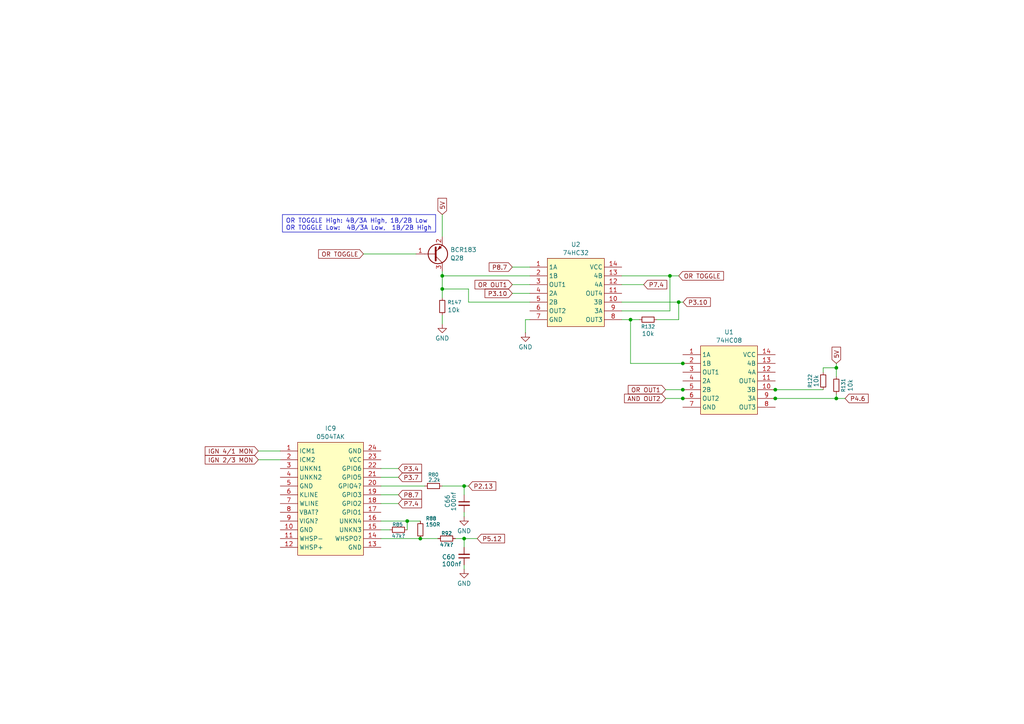
<source format=kicad_sch>
(kicad_sch
	(version 20250114)
	(generator "eeschema")
	(generator_version "9.0")
	(uuid "226bd083-693f-4a91-abe7-0e23ccdac764")
	(paper "A4")
	(lib_symbols
		(symbol "Device:C_Small"
			(pin_numbers
				(hide yes)
			)
			(pin_names
				(offset 0.254)
				(hide yes)
			)
			(exclude_from_sim no)
			(in_bom yes)
			(on_board yes)
			(property "Reference" "C"
				(at 0.254 1.778 0)
				(effects
					(font
						(size 1.27 1.27)
					)
					(justify left)
				)
			)
			(property "Value" "C_Small"
				(at 0.254 -2.032 0)
				(effects
					(font
						(size 1.27 1.27)
					)
					(justify left)
				)
			)
			(property "Footprint" ""
				(at 0 0 0)
				(effects
					(font
						(size 1.27 1.27)
					)
					(hide yes)
				)
			)
			(property "Datasheet" "~"
				(at 0 0 0)
				(effects
					(font
						(size 1.27 1.27)
					)
					(hide yes)
				)
			)
			(property "Description" "Unpolarized capacitor, small symbol"
				(at 0 0 0)
				(effects
					(font
						(size 1.27 1.27)
					)
					(hide yes)
				)
			)
			(property "ki_keywords" "capacitor cap"
				(at 0 0 0)
				(effects
					(font
						(size 1.27 1.27)
					)
					(hide yes)
				)
			)
			(property "ki_fp_filters" "C_*"
				(at 0 0 0)
				(effects
					(font
						(size 1.27 1.27)
					)
					(hide yes)
				)
			)
			(symbol "C_Small_0_1"
				(polyline
					(pts
						(xy -1.524 0.508) (xy 1.524 0.508)
					)
					(stroke
						(width 0.3048)
						(type default)
					)
					(fill
						(type none)
					)
				)
				(polyline
					(pts
						(xy -1.524 -0.508) (xy 1.524 -0.508)
					)
					(stroke
						(width 0.3302)
						(type default)
					)
					(fill
						(type none)
					)
				)
			)
			(symbol "C_Small_1_1"
				(pin passive line
					(at 0 2.54 270)
					(length 2.032)
					(name "~"
						(effects
							(font
								(size 1.27 1.27)
							)
						)
					)
					(number "1"
						(effects
							(font
								(size 1.27 1.27)
							)
						)
					)
				)
				(pin passive line
					(at 0 -2.54 90)
					(length 2.032)
					(name "~"
						(effects
							(font
								(size 1.27 1.27)
							)
						)
					)
					(number "2"
						(effects
							(font
								(size 1.27 1.27)
							)
						)
					)
				)
			)
			(embedded_fonts no)
		)
		(symbol "Device:R_Small"
			(pin_numbers
				(hide yes)
			)
			(pin_names
				(offset 0.254)
				(hide yes)
			)
			(exclude_from_sim no)
			(in_bom yes)
			(on_board yes)
			(property "Reference" "R"
				(at 0 0 90)
				(effects
					(font
						(size 1.016 1.016)
					)
				)
			)
			(property "Value" "R_Small"
				(at 1.778 0 90)
				(effects
					(font
						(size 1.27 1.27)
					)
				)
			)
			(property "Footprint" ""
				(at 0 0 0)
				(effects
					(font
						(size 1.27 1.27)
					)
					(hide yes)
				)
			)
			(property "Datasheet" "~"
				(at 0 0 0)
				(effects
					(font
						(size 1.27 1.27)
					)
					(hide yes)
				)
			)
			(property "Description" "Resistor, small symbol"
				(at 0 0 0)
				(effects
					(font
						(size 1.27 1.27)
					)
					(hide yes)
				)
			)
			(property "ki_keywords" "R resistor"
				(at 0 0 0)
				(effects
					(font
						(size 1.27 1.27)
					)
					(hide yes)
				)
			)
			(property "ki_fp_filters" "R_*"
				(at 0 0 0)
				(effects
					(font
						(size 1.27 1.27)
					)
					(hide yes)
				)
			)
			(symbol "R_Small_0_1"
				(rectangle
					(start -0.762 1.778)
					(end 0.762 -1.778)
					(stroke
						(width 0.2032)
						(type default)
					)
					(fill
						(type none)
					)
				)
			)
			(symbol "R_Small_1_1"
				(pin passive line
					(at 0 2.54 270)
					(length 0.762)
					(name "~"
						(effects
							(font
								(size 1.27 1.27)
							)
						)
					)
					(number "1"
						(effects
							(font
								(size 1.27 1.27)
							)
						)
					)
				)
				(pin passive line
					(at 0 -2.54 90)
					(length 0.762)
					(name "~"
						(effects
							(font
								(size 1.27 1.27)
							)
						)
					)
					(number "2"
						(effects
							(font
								(size 1.27 1.27)
							)
						)
					)
				)
			)
			(embedded_fonts no)
		)
		(symbol "SIMK43:0504TAK"
			(exclude_from_sim no)
			(in_bom yes)
			(on_board yes)
			(property "Reference" "IC"
				(at -0.254 17.78 0)
				(effects
					(font
						(size 1.27 1.27)
					)
				)
			)
			(property "Value" ""
				(at 0 0 0)
				(effects
					(font
						(size 1.27 1.27)
					)
				)
			)
			(property "Footprint" ""
				(at 0 0 0)
				(effects
					(font
						(size 1.27 1.27)
					)
					(hide yes)
				)
			)
			(property "Datasheet" ""
				(at 0 0 0)
				(effects
					(font
						(size 1.27 1.27)
					)
					(hide yes)
				)
			)
			(property "Description" ""
				(at 0 0 0)
				(effects
					(font
						(size 1.27 1.27)
					)
					(hide yes)
				)
			)
			(symbol "0504TAK_1_1"
				(rectangle
					(start -8.89 16.51)
					(end 10.16 -16.256)
					(stroke
						(width 0)
						(type solid)
					)
					(fill
						(type color)
						(color 255 255 194 1)
					)
				)
				(pin bidirectional line
					(at -13.97 13.97 0)
					(length 5)
					(name "ICM1"
						(effects
							(font
								(size 1.27 1.27)
							)
						)
					)
					(number "1"
						(effects
							(font
								(size 1.27 1.27)
							)
						)
					)
				)
				(pin bidirectional line
					(at -13.97 11.43 0)
					(length 5)
					(name "ICM2"
						(effects
							(font
								(size 1.27 1.27)
							)
						)
					)
					(number "2"
						(effects
							(font
								(size 1.27 1.27)
							)
						)
					)
				)
				(pin bidirectional line
					(at -13.97 8.89 0)
					(length 5)
					(name "UNKN1"
						(effects
							(font
								(size 1.27 1.27)
							)
						)
					)
					(number "3"
						(effects
							(font
								(size 1.27 1.27)
							)
						)
					)
				)
				(pin bidirectional line
					(at -13.97 6.35 0)
					(length 5)
					(name "UNKN2"
						(effects
							(font
								(size 1.27 1.27)
							)
						)
					)
					(number "4"
						(effects
							(font
								(size 1.27 1.27)
							)
						)
					)
				)
				(pin bidirectional line
					(at -13.97 3.81 0)
					(length 5)
					(name "GND"
						(effects
							(font
								(size 1.27 1.27)
							)
						)
					)
					(number "5"
						(effects
							(font
								(size 1.27 1.27)
							)
						)
					)
				)
				(pin bidirectional line
					(at -13.97 1.27 0)
					(length 5)
					(name "KLINE"
						(effects
							(font
								(size 1.27 1.27)
							)
						)
					)
					(number "6"
						(effects
							(font
								(size 1.27 1.27)
							)
						)
					)
				)
				(pin bidirectional line
					(at -13.97 -1.27 0)
					(length 5)
					(name "WLINE"
						(effects
							(font
								(size 1.27 1.27)
							)
						)
					)
					(number "7"
						(effects
							(font
								(size 1.27 1.27)
							)
						)
					)
				)
				(pin bidirectional line
					(at -13.97 -3.81 0)
					(length 5)
					(name "VBAT?"
						(effects
							(font
								(size 1.27 1.27)
							)
						)
					)
					(number "8"
						(effects
							(font
								(size 1.27 1.27)
							)
						)
					)
				)
				(pin bidirectional line
					(at -13.97 -6.35 0)
					(length 5)
					(name "VIGN?"
						(effects
							(font
								(size 1.27 1.27)
							)
						)
					)
					(number "9"
						(effects
							(font
								(size 1.27 1.27)
							)
						)
					)
				)
				(pin bidirectional line
					(at -13.97 -8.89 0)
					(length 5)
					(name "GND"
						(effects
							(font
								(size 1.27 1.27)
							)
						)
					)
					(number "10"
						(effects
							(font
								(size 1.27 1.27)
							)
						)
					)
				)
				(pin bidirectional line
					(at -13.97 -11.43 0)
					(length 5)
					(name "WHSP-"
						(effects
							(font
								(size 1.27 1.27)
							)
						)
					)
					(number "11"
						(effects
							(font
								(size 1.27 1.27)
							)
						)
					)
				)
				(pin bidirectional line
					(at -13.97 -13.97 0)
					(length 5)
					(name "WHSP+"
						(effects
							(font
								(size 1.27 1.27)
							)
						)
					)
					(number "12"
						(effects
							(font
								(size 1.27 1.27)
							)
						)
					)
				)
				(pin bidirectional line
					(at 15.24 13.97 180)
					(length 5)
					(name "GND"
						(effects
							(font
								(size 1.27 1.27)
							)
						)
					)
					(number "24"
						(effects
							(font
								(size 1.27 1.27)
							)
						)
					)
				)
				(pin bidirectional line
					(at 15.24 11.43 180)
					(length 5)
					(name "VCC"
						(effects
							(font
								(size 1.27 1.27)
							)
						)
					)
					(number "23"
						(effects
							(font
								(size 1.27 1.27)
							)
						)
					)
				)
				(pin bidirectional line
					(at 15.24 8.89 180)
					(length 5)
					(name "GPIO6"
						(effects
							(font
								(size 1.27 1.27)
							)
						)
					)
					(number "22"
						(effects
							(font
								(size 1.27 1.27)
							)
						)
					)
				)
				(pin bidirectional line
					(at 15.24 6.35 180)
					(length 5)
					(name "GPIO5"
						(effects
							(font
								(size 1.27 1.27)
							)
						)
					)
					(number "21"
						(effects
							(font
								(size 1.27 1.27)
							)
						)
					)
				)
				(pin bidirectional line
					(at 15.24 3.81 180)
					(length 5)
					(name "GPIO4?"
						(effects
							(font
								(size 1.27 1.27)
							)
						)
					)
					(number "20"
						(effects
							(font
								(size 1.27 1.27)
							)
						)
					)
				)
				(pin bidirectional line
					(at 15.24 1.27 180)
					(length 5)
					(name "GPIO3"
						(effects
							(font
								(size 1.27 1.27)
							)
						)
					)
					(number "19"
						(effects
							(font
								(size 1.27 1.27)
							)
						)
					)
				)
				(pin bidirectional line
					(at 15.24 -1.27 180)
					(length 5)
					(name "GPIO2"
						(effects
							(font
								(size 1.27 1.27)
							)
						)
					)
					(number "18"
						(effects
							(font
								(size 1.27 1.27)
							)
						)
					)
				)
				(pin bidirectional line
					(at 15.24 -3.81 180)
					(length 5)
					(name "GPIO1"
						(effects
							(font
								(size 1.27 1.27)
							)
						)
					)
					(number "17"
						(effects
							(font
								(size 1.27 1.27)
							)
						)
					)
				)
				(pin bidirectional line
					(at 15.24 -6.35 180)
					(length 5)
					(name "UNKN4"
						(effects
							(font
								(size 1.27 1.27)
							)
						)
					)
					(number "16"
						(effects
							(font
								(size 1.27 1.27)
							)
						)
					)
				)
				(pin bidirectional line
					(at 15.24 -8.89 180)
					(length 5)
					(name "UNKN3"
						(effects
							(font
								(size 1.27 1.27)
							)
						)
					)
					(number "15"
						(effects
							(font
								(size 1.27 1.27)
							)
						)
					)
				)
				(pin bidirectional line
					(at 15.24 -11.43 180)
					(length 5)
					(name "WHSPO?"
						(effects
							(font
								(size 1.27 1.27)
							)
						)
					)
					(number "14"
						(effects
							(font
								(size 1.27 1.27)
							)
						)
					)
				)
				(pin bidirectional line
					(at 15.24 -13.97 180)
					(length 5)
					(name "GND"
						(effects
							(font
								(size 1.27 1.27)
							)
						)
					)
					(number "13"
						(effects
							(font
								(size 1.27 1.27)
							)
						)
					)
				)
			)
			(embedded_fonts no)
		)
		(symbol "SIMK43:74HC08"
			(exclude_from_sim no)
			(in_bom yes)
			(on_board yes)
			(property "Reference" "U"
				(at 0 -4.572 0)
				(effects
					(font
						(size 1.27 1.27)
					)
				)
			)
			(property "Value" ""
				(at 0 0 0)
				(effects
					(font
						(size 1.27 1.27)
					)
				)
			)
			(property "Footprint" ""
				(at 0 0 0)
				(effects
					(font
						(size 1.27 1.27)
					)
					(hide yes)
				)
			)
			(property "Datasheet" ""
				(at 0 0 0)
				(effects
					(font
						(size 1.27 1.27)
					)
					(hide yes)
				)
			)
			(property "Description" ""
				(at 0 0 0)
				(effects
					(font
						(size 1.27 1.27)
					)
					(hide yes)
				)
			)
			(symbol "74HC08_1_1"
				(rectangle
					(start -8.89 13.97)
					(end 7.62 -5.842)
					(stroke
						(width 0)
						(type solid)
					)
					(fill
						(type color)
						(color 255 255 194 1)
					)
				)
				(pin bidirectional line
					(at -14.05 11.43 0)
					(length 5.08)
					(name "1A"
						(effects
							(font
								(size 1.27 1.27)
							)
						)
					)
					(number "1"
						(effects
							(font
								(size 1.27 1.27)
							)
						)
					)
				)
				(pin bidirectional line
					(at -14.05 8.89 0)
					(length 5.08)
					(name "1B"
						(effects
							(font
								(size 1.27 1.27)
							)
						)
					)
					(number "2"
						(effects
							(font
								(size 1.27 1.27)
							)
						)
					)
				)
				(pin bidirectional line
					(at -14.05 6.35 0)
					(length 5.08)
					(name "OUT1"
						(effects
							(font
								(size 1.27 1.27)
							)
						)
					)
					(number "3"
						(effects
							(font
								(size 1.27 1.27)
							)
						)
					)
				)
				(pin bidirectional line
					(at -14.05 3.81 0)
					(length 5.08)
					(name "2A"
						(effects
							(font
								(size 1.27 1.27)
							)
						)
					)
					(number "4"
						(effects
							(font
								(size 1.27 1.27)
							)
						)
					)
				)
				(pin bidirectional line
					(at -14.05 1.27 0)
					(length 5.08)
					(name "2B"
						(effects
							(font
								(size 1.27 1.27)
							)
						)
					)
					(number "5"
						(effects
							(font
								(size 1.27 1.27)
							)
						)
					)
				)
				(pin bidirectional line
					(at -14.05 -1.27 0)
					(length 5.08)
					(name "OUT2"
						(effects
							(font
								(size 1.27 1.27)
							)
						)
					)
					(number "6"
						(effects
							(font
								(size 1.27 1.27)
							)
						)
					)
				)
				(pin bidirectional line
					(at -14.05 -3.81 0)
					(length 5.08)
					(name "GND"
						(effects
							(font
								(size 1.27 1.27)
							)
						)
					)
					(number "7"
						(effects
							(font
								(size 1.27 1.27)
							)
						)
					)
				)
				(pin bidirectional line
					(at 12.78 11.43 180)
					(length 5.08)
					(name "VCC"
						(effects
							(font
								(size 1.27 1.27)
							)
						)
					)
					(number "14"
						(effects
							(font
								(size 1.27 1.27)
							)
						)
					)
				)
				(pin bidirectional line
					(at 12.78 8.89 180)
					(length 5.08)
					(name "4B"
						(effects
							(font
								(size 1.27 1.27)
							)
						)
					)
					(number "13"
						(effects
							(font
								(size 1.27 1.27)
							)
						)
					)
				)
				(pin bidirectional line
					(at 12.78 6.35 180)
					(length 5.08)
					(name "4A"
						(effects
							(font
								(size 1.27 1.27)
							)
						)
					)
					(number "12"
						(effects
							(font
								(size 1.27 1.27)
							)
						)
					)
				)
				(pin bidirectional line
					(at 12.78 3.81 180)
					(length 5.08)
					(name "OUT4"
						(effects
							(font
								(size 1.27 1.27)
							)
						)
					)
					(number "11"
						(effects
							(font
								(size 1.27 1.27)
							)
						)
					)
				)
				(pin bidirectional line
					(at 12.78 1.27 180)
					(length 5.08)
					(name "3B"
						(effects
							(font
								(size 1.27 1.27)
							)
						)
					)
					(number "10"
						(effects
							(font
								(size 1.27 1.27)
							)
						)
					)
				)
				(pin bidirectional line
					(at 12.78 -1.27 180)
					(length 5.08)
					(name "3A"
						(effects
							(font
								(size 1.27 1.27)
							)
						)
					)
					(number "9"
						(effects
							(font
								(size 1.27 1.27)
							)
						)
					)
				)
				(pin bidirectional line
					(at 12.78 -3.81 180)
					(length 5.08)
					(name "OUT3"
						(effects
							(font
								(size 1.27 1.27)
							)
						)
					)
					(number "8"
						(effects
							(font
								(size 1.27 1.27)
							)
						)
					)
				)
			)
			(embedded_fonts no)
		)
		(symbol "SIMK43:74HC32"
			(exclude_from_sim no)
			(in_bom yes)
			(on_board yes)
			(property "Reference" "U"
				(at 0 -4.572 0)
				(effects
					(font
						(size 1.27 1.27)
					)
				)
			)
			(property "Value" ""
				(at 0 0 0)
				(effects
					(font
						(size 1.27 1.27)
					)
				)
			)
			(property "Footprint" ""
				(at 0 0 0)
				(effects
					(font
						(size 1.27 1.27)
					)
					(hide yes)
				)
			)
			(property "Datasheet" ""
				(at 0 0 0)
				(effects
					(font
						(size 1.27 1.27)
					)
					(hide yes)
				)
			)
			(property "Description" ""
				(at 0 0 0)
				(effects
					(font
						(size 1.27 1.27)
					)
					(hide yes)
				)
			)
			(symbol "74HC32_1_1"
				(rectangle
					(start -8.89 13.97)
					(end 7.62 -5.842)
					(stroke
						(width 0)
						(type solid)
					)
					(fill
						(type color)
						(color 255 255 194 1)
					)
				)
				(pin bidirectional line
					(at -13.97 11.43 0)
					(length 5)
					(name "1A"
						(effects
							(font
								(size 1.27 1.27)
							)
						)
					)
					(number "1"
						(effects
							(font
								(size 1.27 1.27)
							)
						)
					)
				)
				(pin bidirectional line
					(at -13.97 8.89 0)
					(length 5)
					(name "1B"
						(effects
							(font
								(size 1.27 1.27)
							)
						)
					)
					(number "2"
						(effects
							(font
								(size 1.27 1.27)
							)
						)
					)
				)
				(pin bidirectional line
					(at -13.97 6.35 0)
					(length 5)
					(name "OUT1"
						(effects
							(font
								(size 1.27 1.27)
							)
						)
					)
					(number "3"
						(effects
							(font
								(size 1.27 1.27)
							)
						)
					)
				)
				(pin bidirectional line
					(at -13.97 3.81 0)
					(length 5)
					(name "2A"
						(effects
							(font
								(size 1.27 1.27)
							)
						)
					)
					(number "4"
						(effects
							(font
								(size 1.27 1.27)
							)
						)
					)
				)
				(pin bidirectional line
					(at -13.97 1.27 0)
					(length 5)
					(name "2B"
						(effects
							(font
								(size 1.27 1.27)
							)
						)
					)
					(number "5"
						(effects
							(font
								(size 1.27 1.27)
							)
						)
					)
				)
				(pin bidirectional line
					(at -13.97 -1.27 0)
					(length 5)
					(name "OUT2"
						(effects
							(font
								(size 1.27 1.27)
							)
						)
					)
					(number "6"
						(effects
							(font
								(size 1.27 1.27)
							)
						)
					)
				)
				(pin bidirectional line
					(at -13.97 -3.81 0)
					(length 5)
					(name "GND"
						(effects
							(font
								(size 1.27 1.27)
							)
						)
					)
					(number "7"
						(effects
							(font
								(size 1.27 1.27)
							)
						)
					)
				)
				(pin bidirectional line
					(at 12.7 11.43 180)
					(length 5)
					(name "VCC"
						(effects
							(font
								(size 1.27 1.27)
							)
						)
					)
					(number "14"
						(effects
							(font
								(size 1.27 1.27)
							)
						)
					)
				)
				(pin bidirectional line
					(at 12.7 8.89 180)
					(length 5)
					(name "4B"
						(effects
							(font
								(size 1.27 1.27)
							)
						)
					)
					(number "13"
						(effects
							(font
								(size 1.27 1.27)
							)
						)
					)
				)
				(pin bidirectional line
					(at 12.7 6.35 180)
					(length 5)
					(name "4A"
						(effects
							(font
								(size 1.27 1.27)
							)
						)
					)
					(number "12"
						(effects
							(font
								(size 1.27 1.27)
							)
						)
					)
				)
				(pin bidirectional line
					(at 12.7 3.81 180)
					(length 5)
					(name "OUT4"
						(effects
							(font
								(size 1.27 1.27)
							)
						)
					)
					(number "11"
						(effects
							(font
								(size 1.27 1.27)
							)
						)
					)
				)
				(pin bidirectional line
					(at 12.7 1.27 180)
					(length 5)
					(name "3B"
						(effects
							(font
								(size 1.27 1.27)
							)
						)
					)
					(number "10"
						(effects
							(font
								(size 1.27 1.27)
							)
						)
					)
				)
				(pin bidirectional line
					(at 12.7 -1.27 180)
					(length 5)
					(name "3A"
						(effects
							(font
								(size 1.27 1.27)
							)
						)
					)
					(number "9"
						(effects
							(font
								(size 1.27 1.27)
							)
						)
					)
				)
				(pin bidirectional line
					(at 12.7 -3.81 180)
					(length 5)
					(name "OUT3"
						(effects
							(font
								(size 1.27 1.27)
							)
						)
					)
					(number "8"
						(effects
							(font
								(size 1.27 1.27)
							)
						)
					)
				)
			)
			(embedded_fonts no)
		)
		(symbol "Transistor_BJT:BC807"
			(pin_names
				(offset 0)
				(hide yes)
			)
			(exclude_from_sim no)
			(in_bom yes)
			(on_board yes)
			(property "Reference" "Q"
				(at 5.08 1.905 0)
				(effects
					(font
						(size 1.27 1.27)
					)
					(justify left)
				)
			)
			(property "Value" "BC807"
				(at 5.08 0 0)
				(effects
					(font
						(size 1.27 1.27)
					)
					(justify left)
				)
			)
			(property "Footprint" "Package_TO_SOT_SMD:SOT-23"
				(at 5.08 -1.905 0)
				(effects
					(font
						(size 1.27 1.27)
						(italic yes)
					)
					(justify left)
					(hide yes)
				)
			)
			(property "Datasheet" "https://www.onsemi.com/pub/Collateral/BC808-D.pdf"
				(at 0 0 0)
				(effects
					(font
						(size 1.27 1.27)
					)
					(justify left)
					(hide yes)
				)
			)
			(property "Description" "0.8A Ic, 45V Vce, PNP Transistor, SOT-23"
				(at 0 0 0)
				(effects
					(font
						(size 1.27 1.27)
					)
					(hide yes)
				)
			)
			(property "ki_keywords" "PNP Transistor"
				(at 0 0 0)
				(effects
					(font
						(size 1.27 1.27)
					)
					(hide yes)
				)
			)
			(property "ki_fp_filters" "SOT?23*"
				(at 0 0 0)
				(effects
					(font
						(size 1.27 1.27)
					)
					(hide yes)
				)
			)
			(symbol "BC807_0_1"
				(polyline
					(pts
						(xy -2.54 0) (xy 0.635 0)
					)
					(stroke
						(width 0)
						(type default)
					)
					(fill
						(type none)
					)
				)
				(polyline
					(pts
						(xy 0.635 1.905) (xy 0.635 -1.905)
					)
					(stroke
						(width 0.508)
						(type default)
					)
					(fill
						(type none)
					)
				)
				(polyline
					(pts
						(xy 0.635 0.635) (xy 2.54 2.54)
					)
					(stroke
						(width 0)
						(type default)
					)
					(fill
						(type none)
					)
				)
				(polyline
					(pts
						(xy 0.635 -0.635) (xy 2.54 -2.54)
					)
					(stroke
						(width 0)
						(type default)
					)
					(fill
						(type none)
					)
				)
				(circle
					(center 1.27 0)
					(radius 2.8194)
					(stroke
						(width 0.254)
						(type default)
					)
					(fill
						(type none)
					)
				)
				(polyline
					(pts
						(xy 2.286 -1.778) (xy 1.778 -2.286) (xy 1.27 -1.27) (xy 2.286 -1.778)
					)
					(stroke
						(width 0)
						(type default)
					)
					(fill
						(type outline)
					)
				)
			)
			(symbol "BC807_1_1"
				(pin input line
					(at -5.08 0 0)
					(length 2.54)
					(name "B"
						(effects
							(font
								(size 1.27 1.27)
							)
						)
					)
					(number "1"
						(effects
							(font
								(size 1.27 1.27)
							)
						)
					)
				)
				(pin passive line
					(at 2.54 5.08 270)
					(length 2.54)
					(name "C"
						(effects
							(font
								(size 1.27 1.27)
							)
						)
					)
					(number "3"
						(effects
							(font
								(size 1.27 1.27)
							)
						)
					)
				)
				(pin passive line
					(at 2.54 -5.08 90)
					(length 2.54)
					(name "E"
						(effects
							(font
								(size 1.27 1.27)
							)
						)
					)
					(number "2"
						(effects
							(font
								(size 1.27 1.27)
							)
						)
					)
				)
			)
			(embedded_fonts no)
		)
		(symbol "power:GND"
			(power)
			(pin_numbers
				(hide yes)
			)
			(pin_names
				(offset 0)
				(hide yes)
			)
			(exclude_from_sim no)
			(in_bom yes)
			(on_board yes)
			(property "Reference" "#PWR"
				(at 0 -6.35 0)
				(effects
					(font
						(size 1.27 1.27)
					)
					(hide yes)
				)
			)
			(property "Value" "GND"
				(at 0 -3.81 0)
				(effects
					(font
						(size 1.27 1.27)
					)
				)
			)
			(property "Footprint" ""
				(at 0 0 0)
				(effects
					(font
						(size 1.27 1.27)
					)
					(hide yes)
				)
			)
			(property "Datasheet" ""
				(at 0 0 0)
				(effects
					(font
						(size 1.27 1.27)
					)
					(hide yes)
				)
			)
			(property "Description" "Power symbol creates a global label with name \"GND\" , ground"
				(at 0 0 0)
				(effects
					(font
						(size 1.27 1.27)
					)
					(hide yes)
				)
			)
			(property "ki_keywords" "global power"
				(at 0 0 0)
				(effects
					(font
						(size 1.27 1.27)
					)
					(hide yes)
				)
			)
			(symbol "GND_0_1"
				(polyline
					(pts
						(xy 0 0) (xy 0 -1.27) (xy 1.27 -1.27) (xy 0 -2.54) (xy -1.27 -1.27) (xy 0 -1.27)
					)
					(stroke
						(width 0)
						(type default)
					)
					(fill
						(type none)
					)
				)
			)
			(symbol "GND_1_1"
				(pin power_in line
					(at 0 0 270)
					(length 0)
					(name "~"
						(effects
							(font
								(size 1.27 1.27)
							)
						)
					)
					(number "1"
						(effects
							(font
								(size 1.27 1.27)
							)
						)
					)
				)
			)
			(embedded_fonts no)
		)
	)
	(text_box "OR TOGGLE High: 4B/3A High, 1B/2B Low\nOR TOGGLE Low:  4B/3A Low,  1B/2B High"
		(exclude_from_sim no)
		(at 81.915 62.23 0)
		(size 44.45 5.08)
		(margins 0.9525 0.9525 0.9525 0.9525)
		(stroke
			(width 0)
			(type solid)
		)
		(fill
			(type none)
		)
		(effects
			(font
				(size 1.27 1.27)
			)
			(justify left top)
		)
		(uuid "2bbe1e08-0e81-4307-988c-6c970b39e0ab")
	)
	(junction
		(at 121.92 156.21)
		(diameter 0)
		(color 0 0 0 0)
		(uuid "12891f19-2118-4570-ac65-cb8628f4e252")
	)
	(junction
		(at 198.04 113.03)
		(diameter 0)
		(color 0 0 0 0)
		(uuid "1b61042f-6270-4eb8-bedc-c698d0794255")
	)
	(junction
		(at 196.85 87.63)
		(diameter 0)
		(color 0 0 0 0)
		(uuid "1be6842f-c99e-4a0b-855c-71f74dd88b7d")
	)
	(junction
		(at 194.31 80.01)
		(diameter 0)
		(color 0 0 0 0)
		(uuid "23502ce7-c8fe-4961-9976-c6b72e738d5d")
	)
	(junction
		(at 198.04 105.41)
		(diameter 0)
		(color 0 0 0 0)
		(uuid "242ae49c-ccbe-4c71-a3e7-66bbb9d27bf0")
	)
	(junction
		(at 242.57 115.57)
		(diameter 0)
		(color 0 0 0 0)
		(uuid "26430577-bf4e-4fc2-8cd5-a44e675d0285")
	)
	(junction
		(at 224.87 115.57)
		(diameter 0)
		(color 0 0 0 0)
		(uuid "2bd71ac5-0572-4632-a189-94adb8d3e83d")
	)
	(junction
		(at 242.57 106.68)
		(diameter 0)
		(color 0 0 0 0)
		(uuid "3522b3cf-66d4-42f2-9cbf-22eb4527e4b4")
	)
	(junction
		(at 134.62 140.97)
		(diameter 0)
		(color 0 0 0 0)
		(uuid "428638b4-e07c-4826-96c5-6969d06c9d05")
	)
	(junction
		(at 198.04 115.57)
		(diameter 0)
		(color 0 0 0 0)
		(uuid "5caa1392-de9a-4b1c-a9d8-f74a469f780c")
	)
	(junction
		(at 224.87 113.03)
		(diameter 0)
		(color 0 0 0 0)
		(uuid "71af930d-ab21-4611-86cc-3a0687cf0c42")
	)
	(junction
		(at 128.27 83.82)
		(diameter 0)
		(color 0 0 0 0)
		(uuid "ce8a353d-2b98-4465-b8cf-fe51fa4b4d61")
	)
	(junction
		(at 118.11 151.13)
		(diameter 0)
		(color 0 0 0 0)
		(uuid "d1065b56-d53f-478e-9c4c-1512fc12de07")
	)
	(junction
		(at 134.62 156.21)
		(diameter 0)
		(color 0 0 0 0)
		(uuid "d59861a5-3252-4c59-acaa-3cd4138d74fa")
	)
	(junction
		(at 182.88 92.71)
		(diameter 0)
		(color 0 0 0 0)
		(uuid "d84abc94-adbe-4e79-83bc-a1ce8bb90f2d")
	)
	(junction
		(at 128.27 80.01)
		(diameter 0)
		(color 0 0 0 0)
		(uuid "dab95424-51c0-483b-9c03-c1eaa18b9f3d")
	)
	(wire
		(pts
			(xy 110.49 153.67) (xy 113.03 153.67)
		)
		(stroke
			(width 0)
			(type default)
		)
		(uuid "000630ca-c093-4f65-9f9d-4bebb6679a7b")
	)
	(wire
		(pts
			(xy 115.57 143.51) (xy 110.49 143.51)
		)
		(stroke
			(width 0)
			(type default)
		)
		(uuid "035000ff-1edc-4982-a532-c171f1f43d00")
	)
	(wire
		(pts
			(xy 128.27 83.82) (xy 128.27 86.36)
		)
		(stroke
			(width 0)
			(type default)
		)
		(uuid "098b900e-da63-487c-9a2d-bcfb4fca415f")
	)
	(wire
		(pts
			(xy 128.27 83.82) (xy 135.89 83.82)
		)
		(stroke
			(width 0)
			(type default)
		)
		(uuid "0ad67632-d3e5-417e-b3e2-bcae79ffb023")
	)
	(wire
		(pts
			(xy 110.49 156.21) (xy 121.92 156.21)
		)
		(stroke
			(width 0)
			(type default)
		)
		(uuid "0dadadd0-be96-4e39-ba95-3fc3acda01c4")
	)
	(wire
		(pts
			(xy 242.57 115.57) (xy 242.57 114.3)
		)
		(stroke
			(width 0)
			(type default)
		)
		(uuid "1000089b-11a0-428f-8e14-d27e23184599")
	)
	(wire
		(pts
			(xy 121.92 151.13) (xy 118.11 151.13)
		)
		(stroke
			(width 0)
			(type default)
		)
		(uuid "14638ddd-38c0-43dd-b602-c02f2f31124d")
	)
	(wire
		(pts
			(xy 128.27 91.44) (xy 128.27 93.98)
		)
		(stroke
			(width 0)
			(type default)
		)
		(uuid "19e1a9e2-6d77-4c6f-9408-010c663b1186")
	)
	(wire
		(pts
			(xy 134.62 156.21) (xy 138.43 156.21)
		)
		(stroke
			(width 0)
			(type default)
		)
		(uuid "1d46dcf4-fcb6-4d62-95c6-ad3a8d644212")
	)
	(wire
		(pts
			(xy 198.04 105.41) (xy 182.88 105.41)
		)
		(stroke
			(width 0)
			(type default)
		)
		(uuid "1de48d32-3d6e-415a-8ede-57871d43bae3")
	)
	(wire
		(pts
			(xy 128.27 80.01) (xy 128.27 83.82)
		)
		(stroke
			(width 0)
			(type default)
		)
		(uuid "2803400f-da05-4901-b422-ff50624a5cd6")
	)
	(wire
		(pts
			(xy 198.12 105.41) (xy 198.04 105.41)
		)
		(stroke
			(width 0)
			(type default)
		)
		(uuid "2b80df6c-ce78-4643-8a74-1d1973f8ffba")
	)
	(wire
		(pts
			(xy 196.85 87.63) (xy 198.12 87.63)
		)
		(stroke
			(width 0)
			(type default)
		)
		(uuid "2f82e878-a428-4aba-866c-2fe607575374")
	)
	(wire
		(pts
			(xy 180.34 82.55) (xy 186.69 82.55)
		)
		(stroke
			(width 0)
			(type default)
		)
		(uuid "360106ef-ce56-44f0-ba5a-05b469d10dd9")
	)
	(wire
		(pts
			(xy 128.27 80.01) (xy 153.67 80.01)
		)
		(stroke
			(width 0)
			(type default)
		)
		(uuid "3b28736f-de7c-47d6-8e42-0b6c5d20ef56")
	)
	(wire
		(pts
			(xy 224.79 115.57) (xy 224.87 115.57)
		)
		(stroke
			(width 0)
			(type default)
		)
		(uuid "3bb8ab75-56b0-4240-9ca8-29a1a888b81f")
	)
	(wire
		(pts
			(xy 193.04 113.03) (xy 198.04 113.03)
		)
		(stroke
			(width 0)
			(type default)
		)
		(uuid "42c1ca19-3579-454c-9e65-5ff429fc42a1")
	)
	(wire
		(pts
			(xy 242.57 105.41) (xy 242.57 106.68)
		)
		(stroke
			(width 0)
			(type default)
		)
		(uuid "489b8e23-1a53-4890-beeb-93dfd9a909ce")
	)
	(wire
		(pts
			(xy 110.49 138.43) (xy 115.57 138.43)
		)
		(stroke
			(width 0)
			(type default)
		)
		(uuid "4b604934-2a92-4694-8fba-8f059f4c0901")
	)
	(wire
		(pts
			(xy 180.34 87.63) (xy 196.85 87.63)
		)
		(stroke
			(width 0)
			(type default)
		)
		(uuid "51ed013f-21da-4d68-8649-d56c4fa2b549")
	)
	(wire
		(pts
			(xy 148.59 85.09) (xy 153.67 85.09)
		)
		(stroke
			(width 0)
			(type default)
		)
		(uuid "57e1a3d6-32f7-4148-900b-96cf91bb5912")
	)
	(wire
		(pts
			(xy 153.67 92.71) (xy 152.4 92.71)
		)
		(stroke
			(width 0)
			(type default)
		)
		(uuid "5bbf7ecd-1ba0-490b-af7b-23116ba0d0e3")
	)
	(wire
		(pts
			(xy 190.5 92.71) (xy 196.85 92.71)
		)
		(stroke
			(width 0)
			(type default)
		)
		(uuid "5cd6bcbd-84f2-4062-aa04-520c323cfa7b")
	)
	(wire
		(pts
			(xy 110.49 151.13) (xy 118.11 151.13)
		)
		(stroke
			(width 0)
			(type default)
		)
		(uuid "6d79ad66-b4ab-47dc-b5a0-4fb61ab4148e")
	)
	(wire
		(pts
			(xy 121.92 156.21) (xy 127 156.21)
		)
		(stroke
			(width 0)
			(type default)
		)
		(uuid "7198f78f-6ad1-4154-88b8-1069ed4766f7")
	)
	(wire
		(pts
			(xy 110.49 140.97) (xy 123.19 140.97)
		)
		(stroke
			(width 0)
			(type default)
		)
		(uuid "71e8244b-c1a0-4112-8ab5-8a2c7fb5b541")
	)
	(wire
		(pts
			(xy 238.76 106.68) (xy 238.76 107.95)
		)
		(stroke
			(width 0)
			(type default)
		)
		(uuid "752c13c0-0866-4944-bc3b-048d978356fb")
	)
	(wire
		(pts
			(xy 180.34 92.71) (xy 182.88 92.71)
		)
		(stroke
			(width 0)
			(type default)
		)
		(uuid "760d3019-f08e-45db-9380-6acffa1daf23")
	)
	(wire
		(pts
			(xy 224.87 113.03) (xy 238.76 113.03)
		)
		(stroke
			(width 0)
			(type default)
		)
		(uuid "76df94ca-9dfd-4a5a-ae33-eeefab1dfb82")
	)
	(wire
		(pts
			(xy 128.27 62.23) (xy 128.27 68.58)
		)
		(stroke
			(width 0)
			(type default)
		)
		(uuid "7fefd8e1-150a-4de0-bbe4-52468dcbebdd")
	)
	(wire
		(pts
			(xy 110.49 135.89) (xy 115.57 135.89)
		)
		(stroke
			(width 0)
			(type default)
		)
		(uuid "819570dd-1131-4d2f-9d9a-7ee0cd51bb3b")
	)
	(wire
		(pts
			(xy 128.27 78.74) (xy 128.27 80.01)
		)
		(stroke
			(width 0)
			(type default)
		)
		(uuid "861d0865-5d54-492e-a37d-51ff8ebf5223")
	)
	(wire
		(pts
			(xy 134.62 140.97) (xy 135.89 140.97)
		)
		(stroke
			(width 0)
			(type default)
		)
		(uuid "886075a0-c5c3-47f0-80f6-43722cf82420")
	)
	(wire
		(pts
			(xy 198.04 113.03) (xy 198.12 113.03)
		)
		(stroke
			(width 0)
			(type default)
		)
		(uuid "8b574e00-60b9-4d01-89bd-2b336b901ada")
	)
	(wire
		(pts
			(xy 134.62 148.59) (xy 134.62 149.86)
		)
		(stroke
			(width 0)
			(type default)
		)
		(uuid "8cac819c-ba6c-4b9d-86ae-33c250f02a46")
	)
	(wire
		(pts
			(xy 182.88 92.71) (xy 185.42 92.71)
		)
		(stroke
			(width 0)
			(type default)
		)
		(uuid "960b46f4-31e8-4591-a322-c0843406463a")
	)
	(wire
		(pts
			(xy 148.59 77.47) (xy 153.67 77.47)
		)
		(stroke
			(width 0)
			(type default)
		)
		(uuid "967cca2a-32f2-471c-84b5-03d1c0efe2dc")
	)
	(wire
		(pts
			(xy 74.93 133.35) (xy 81.28 133.35)
		)
		(stroke
			(width 0)
			(type default)
		)
		(uuid "9d5b6232-0c53-4716-b7f0-c4553a7706df")
	)
	(wire
		(pts
			(xy 152.4 92.71) (xy 152.4 96.52)
		)
		(stroke
			(width 0)
			(type default)
		)
		(uuid "9daa3015-0bbc-40dd-bb21-61e8f9462923")
	)
	(wire
		(pts
			(xy 132.08 156.21) (xy 134.62 156.21)
		)
		(stroke
			(width 0)
			(type default)
		)
		(uuid "a6652529-b0d5-4001-9648-ce984f8216cd")
	)
	(wire
		(pts
			(xy 182.88 92.71) (xy 182.88 105.41)
		)
		(stroke
			(width 0)
			(type default)
		)
		(uuid "a8363cfd-9943-46ca-8293-c01634bde1ae")
	)
	(wire
		(pts
			(xy 242.57 106.68) (xy 242.57 109.22)
		)
		(stroke
			(width 0)
			(type default)
		)
		(uuid "aa7701d8-dd3d-4759-a80d-022367cd08f6")
	)
	(wire
		(pts
			(xy 135.89 83.82) (xy 135.89 87.63)
		)
		(stroke
			(width 0)
			(type default)
		)
		(uuid "b0d12128-687f-4f32-b524-2ad362a826e7")
	)
	(wire
		(pts
			(xy 148.59 82.55) (xy 153.67 82.55)
		)
		(stroke
			(width 0)
			(type default)
		)
		(uuid "b1dae877-f91d-4a56-8319-aaed83e05507")
	)
	(wire
		(pts
			(xy 194.31 80.01) (xy 194.31 90.17)
		)
		(stroke
			(width 0)
			(type default)
		)
		(uuid "b71da96d-ca34-4fd7-ae1e-cfc688df0655")
	)
	(wire
		(pts
			(xy 110.49 146.05) (xy 115.57 146.05)
		)
		(stroke
			(width 0)
			(type default)
		)
		(uuid "bc48ed3c-105e-48b0-a7ee-d6edd5145d68")
	)
	(wire
		(pts
			(xy 134.62 163.83) (xy 134.62 165.1)
		)
		(stroke
			(width 0)
			(type default)
		)
		(uuid "bc697186-f3c1-4cda-92db-649435f8cae1")
	)
	(wire
		(pts
			(xy 135.89 87.63) (xy 153.67 87.63)
		)
		(stroke
			(width 0)
			(type default)
		)
		(uuid "c17fe7c1-b623-442c-8f2c-e4469d1d9490")
	)
	(wire
		(pts
			(xy 180.34 90.17) (xy 194.31 90.17)
		)
		(stroke
			(width 0)
			(type default)
		)
		(uuid "c85d9e0c-cd5d-4914-b326-c378bdec28e7")
	)
	(wire
		(pts
			(xy 134.62 156.21) (xy 134.62 158.75)
		)
		(stroke
			(width 0)
			(type default)
		)
		(uuid "ce8203d6-9b2a-44d0-9187-877829384462")
	)
	(wire
		(pts
			(xy 242.57 106.68) (xy 238.76 106.68)
		)
		(stroke
			(width 0)
			(type default)
		)
		(uuid "d4801095-68b1-4415-a580-1cdf5f9ba515")
	)
	(wire
		(pts
			(xy 105.41 73.66) (xy 120.65 73.66)
		)
		(stroke
			(width 0)
			(type default)
		)
		(uuid "d595b6eb-4e70-42a1-8a31-bed22f570643")
	)
	(wire
		(pts
			(xy 118.11 151.13) (xy 118.11 153.67)
		)
		(stroke
			(width 0)
			(type default)
		)
		(uuid "d86b39b9-9bf6-4526-b82e-fecf8c5e5fc0")
	)
	(wire
		(pts
			(xy 196.85 87.63) (xy 196.85 92.71)
		)
		(stroke
			(width 0)
			(type default)
		)
		(uuid "d8ca6d55-0174-41c7-8837-1428eb5d1d2b")
	)
	(wire
		(pts
			(xy 193.04 115.57) (xy 198.04 115.57)
		)
		(stroke
			(width 0)
			(type default)
		)
		(uuid "daa29635-1de3-4529-af89-38ef0173ae56")
	)
	(wire
		(pts
			(xy 134.62 140.97) (xy 134.62 143.51)
		)
		(stroke
			(width 0)
			(type default)
		)
		(uuid "dae4b55e-6888-4799-9640-cd7b9fb7650c")
	)
	(wire
		(pts
			(xy 242.57 115.57) (xy 245.11 115.57)
		)
		(stroke
			(width 0)
			(type default)
		)
		(uuid "ddcde649-9685-43a7-8e72-ef7b03881b8f")
	)
	(wire
		(pts
			(xy 224.87 115.57) (xy 242.57 115.57)
		)
		(stroke
			(width 0)
			(type default)
		)
		(uuid "e107c5d7-4eac-4c1c-9b67-8f54dc0d39d3")
	)
	(wire
		(pts
			(xy 198.04 115.57) (xy 198.12 115.57)
		)
		(stroke
			(width 0)
			(type default)
		)
		(uuid "e31c6efc-809f-4447-9d1f-27a407b75884")
	)
	(wire
		(pts
			(xy 128.27 140.97) (xy 134.62 140.97)
		)
		(stroke
			(width 0)
			(type default)
		)
		(uuid "eeaab3c1-81ca-49f0-89f6-da7dc0130a87")
	)
	(wire
		(pts
			(xy 194.31 80.01) (xy 196.85 80.01)
		)
		(stroke
			(width 0)
			(type default)
		)
		(uuid "ef9c4d8c-a0b7-48cf-8d6f-efd0cc49c880")
	)
	(wire
		(pts
			(xy 180.34 80.01) (xy 194.31 80.01)
		)
		(stroke
			(width 0)
			(type default)
		)
		(uuid "f4699955-34b7-48ee-875e-f05cde8dc4c3")
	)
	(wire
		(pts
			(xy 74.93 130.81) (xy 81.28 130.81)
		)
		(stroke
			(width 0)
			(type default)
		)
		(uuid "fa6b30dd-8d3a-48ac-a918-3d63cbbccd51")
	)
	(wire
		(pts
			(xy 224.79 113.03) (xy 224.87 113.03)
		)
		(stroke
			(width 0)
			(type default)
		)
		(uuid "fcee82b6-3602-45a3-96bd-735ad9d7e824")
	)
	(global_label "OR TOGGLE"
		(shape input)
		(at 196.85 80.01 0)
		(fields_autoplaced yes)
		(effects
			(font
				(size 1.27 1.27)
			)
			(justify left)
		)
		(uuid "054489a2-4a56-4aa6-91cb-3fcdbf9d193b")
		(property "Intersheetrefs" "${INTERSHEET_REFS}"
			(at 210.4185 80.01 0)
			(effects
				(font
					(size 1.27 1.27)
				)
				(justify left)
				(hide yes)
			)
		)
	)
	(global_label "P3.10"
		(shape input)
		(at 198.12 87.63 0)
		(fields_autoplaced yes)
		(effects
			(font
				(size 1.27 1.27)
			)
			(justify left)
		)
		(uuid "0cd5a368-5cae-45bd-9b0b-9bd1bc451315")
		(property "Intersheetrefs" "${INTERSHEET_REFS}"
			(at 206.6085 87.63 0)
			(effects
				(font
					(size 1.27 1.27)
				)
				(justify left)
				(hide yes)
			)
		)
	)
	(global_label "OR TOGGLE"
		(shape input)
		(at 105.41 73.66 180)
		(fields_autoplaced yes)
		(effects
			(font
				(size 1.27 1.27)
			)
			(justify right)
		)
		(uuid "0ecfe31b-5946-4eff-98bd-ea84c9648822")
		(property "Intersheetrefs" "${INTERSHEET_REFS}"
			(at 91.8415 73.66 0)
			(effects
				(font
					(size 1.27 1.27)
				)
				(justify right)
				(hide yes)
			)
		)
	)
	(global_label "OR OUT1"
		(shape input)
		(at 193.04 113.03 180)
		(fields_autoplaced yes)
		(effects
			(font
				(size 1.27 1.27)
			)
			(justify right)
		)
		(uuid "162ec348-a540-44bd-acfb-3b53b53b6c76")
		(property "Intersheetrefs" "${INTERSHEET_REFS}"
			(at 181.6486 113.03 0)
			(effects
				(font
					(size 1.27 1.27)
				)
				(justify right)
				(hide yes)
			)
		)
	)
	(global_label "P3.7"
		(shape input)
		(at 115.57 138.43 0)
		(fields_autoplaced yes)
		(effects
			(font
				(size 1.27 1.27)
			)
			(justify left)
		)
		(uuid "2debdd23-4fe6-4828-9c29-15215a8e54f7")
		(property "Intersheetrefs" "${INTERSHEET_REFS}"
			(at 131.6179 138.43 0)
			(effects
				(font
					(size 1.27 1.27)
				)
				(justify left)
				(hide yes)
			)
		)
	)
	(global_label "IGN 4{slash}1 MON"
		(shape input)
		(at 74.93 130.81 180)
		(fields_autoplaced yes)
		(effects
			(font
				(size 1.27 1.27)
			)
			(justify right)
		)
		(uuid "2ee36022-47ec-4e69-b9af-d8ccc2695ba5")
		(property "Intersheetrefs" "${INTERSHEET_REFS}"
			(at 58.9424 130.81 0)
			(effects
				(font
					(size 1.27 1.27)
				)
				(justify right)
				(hide yes)
			)
		)
	)
	(global_label "P5.12"
		(shape input)
		(at 138.43 156.21 0)
		(fields_autoplaced yes)
		(effects
			(font
				(size 1.27 1.27)
			)
			(justify left)
		)
		(uuid "2faf7ce8-eeeb-4e78-855e-2ff9c2662781")
		(property "Intersheetrefs" "${INTERSHEET_REFS}"
			(at 146.9185 156.21 0)
			(effects
				(font
					(size 1.27 1.27)
				)
				(justify left)
				(hide yes)
			)
		)
	)
	(global_label "P3.10"
		(shape input)
		(at 148.59 85.09 180)
		(fields_autoplaced yes)
		(effects
			(font
				(size 1.27 1.27)
			)
			(justify right)
		)
		(uuid "313008df-c5f5-4a85-81ad-f52dee91f6de")
		(property "Intersheetrefs" "${INTERSHEET_REFS}"
			(at 140.1015 85.09 0)
			(effects
				(font
					(size 1.27 1.27)
				)
				(justify right)
				(hide yes)
			)
		)
	)
	(global_label "OR OUT1"
		(shape input)
		(at 148.59 82.55 180)
		(fields_autoplaced yes)
		(effects
			(font
				(size 1.27 1.27)
			)
			(justify right)
		)
		(uuid "3bef9f4e-d846-4213-8c07-b6173522b6ed")
		(property "Intersheetrefs" "${INTERSHEET_REFS}"
			(at 137.1986 82.55 0)
			(effects
				(font
					(size 1.27 1.27)
				)
				(justify right)
				(hide yes)
			)
		)
	)
	(global_label "P3.4"
		(shape input)
		(at 115.57 135.89 0)
		(fields_autoplaced yes)
		(effects
			(font
				(size 1.27 1.27)
			)
			(justify left)
		)
		(uuid "3c01b312-5aba-4b25-ae79-2fe9acee1c79")
		(property "Intersheetrefs" "${INTERSHEET_REFS}"
			(at 122.849 135.89 0)
			(effects
				(font
					(size 1.27 1.27)
				)
				(justify left)
				(hide yes)
			)
		)
	)
	(global_label "P8.7"
		(shape input)
		(at 148.59 77.47 180)
		(fields_autoplaced yes)
		(effects
			(font
				(size 1.27 1.27)
			)
			(justify right)
		)
		(uuid "64d5478e-8c3f-44f8-83e4-c4e125e7d594")
		(property "Intersheetrefs" "${INTERSHEET_REFS}"
			(at 141.311 77.47 0)
			(effects
				(font
					(size 1.27 1.27)
				)
				(justify right)
				(hide yes)
			)
		)
	)
	(global_label "IGN 2/3 MON"
		(shape input)
		(at 74.93 133.35 180)
		(fields_autoplaced yes)
		(effects
			(font
				(size 1.27 1.27)
			)
			(justify right)
		)
		(uuid "9a629197-df59-4310-b6bb-e0c12408da78")
		(property "Intersheetrefs" "${INTERSHEET_REFS}"
			(at 58.9424 133.35 0)
			(effects
				(font
					(size 1.27 1.27)
				)
				(justify right)
				(hide yes)
			)
		)
	)
	(global_label "AND OUT2"
		(shape input)
		(at 193.04 115.57 180)
		(fields_autoplaced yes)
		(effects
			(font
				(size 1.27 1.27)
			)
			(justify right)
		)
		(uuid "a6d9c257-b5f9-4170-b507-024bab8d7857")
		(property "Intersheetrefs" "${INTERSHEET_REFS}"
			(at 180.56 115.57 0)
			(effects
				(font
					(size 1.27 1.27)
				)
				(justify right)
				(hide yes)
			)
		)
	)
	(global_label "5V"
		(shape input)
		(at 128.27 62.23 90)
		(fields_autoplaced yes)
		(effects
			(font
				(size 1.27 1.27)
			)
			(justify left)
		)
		(uuid "acaf94c9-dd45-45f5-a5dc-baa6e8129367")
		(property "Intersheetrefs" "${INTERSHEET_REFS}"
			(at 128.27 56.9467 90)
			(effects
				(font
					(size 1.27 1.27)
				)
				(justify left)
				(hide yes)
			)
		)
	)
	(global_label "P2.13"
		(shape input)
		(at 135.89 140.97 0)
		(fields_autoplaced yes)
		(effects
			(font
				(size 1.27 1.27)
			)
			(justify left)
		)
		(uuid "b7485eed-ce59-4ea8-a3de-1f5be30762db")
		(property "Intersheetrefs" "${INTERSHEET_REFS}"
			(at 144.3785 140.97 0)
			(effects
				(font
					(size 1.27 1.27)
				)
				(justify left)
				(hide yes)
			)
		)
	)
	(global_label "P8.7"
		(shape input)
		(at 115.57 143.51 0)
		(fields_autoplaced yes)
		(effects
			(font
				(size 1.27 1.27)
			)
			(justify left)
		)
		(uuid "b99b5690-7fc2-44b9-8157-576874a4e5a4")
		(property "Intersheetrefs" "${INTERSHEET_REFS}"
			(at 122.849 143.51 0)
			(effects
				(font
					(size 1.27 1.27)
				)
				(justify left)
				(hide yes)
			)
		)
	)
	(global_label "P7.4"
		(shape input)
		(at 186.69 82.55 0)
		(fields_autoplaced yes)
		(effects
			(font
				(size 1.27 1.27)
			)
			(justify left)
		)
		(uuid "c32c00d3-b8b9-40e0-97b8-a86b06273eea")
		(property "Intersheetrefs" "${INTERSHEET_REFS}"
			(at 193.969 82.55 0)
			(effects
				(font
					(size 1.27 1.27)
				)
				(justify left)
				(hide yes)
			)
		)
	)
	(global_label "5V"
		(shape input)
		(at 242.57 105.41 90)
		(fields_autoplaced yes)
		(effects
			(font
				(size 1.27 1.27)
			)
			(justify left)
		)
		(uuid "d2fae3d2-6ffd-486e-b73b-2a3d4d9e29e1")
		(property "Intersheetrefs" "${INTERSHEET_REFS}"
			(at 242.57 100.1267 90)
			(effects
				(font
					(size 1.27 1.27)
				)
				(justify left)
				(hide yes)
			)
		)
	)
	(global_label "P7.4"
		(shape input)
		(at 115.57 146.05 0)
		(fields_autoplaced yes)
		(effects
			(font
				(size 1.27 1.27)
			)
			(justify left)
		)
		(uuid "d4e4dd8c-d420-4661-b66f-c43864c25019")
		(property "Intersheetrefs" "${INTERSHEET_REFS}"
			(at 122.849 146.05 0)
			(effects
				(font
					(size 1.27 1.27)
				)
				(justify left)
				(hide yes)
			)
		)
	)
	(global_label "P4.6"
		(shape input)
		(at 245.11 115.57 0)
		(fields_autoplaced yes)
		(effects
			(font
				(size 1.27 1.27)
			)
			(justify left)
		)
		(uuid "f50c9fe2-1b37-4369-92c2-f73ddf1ff587")
		(property "Intersheetrefs" "${INTERSHEET_REFS}"
			(at 259.888 115.57 0)
			(effects
				(font
					(size 1.27 1.27)
				)
				(justify left)
				(hide yes)
			)
		)
	)
	(symbol
		(lib_id "Device:R_Small")
		(at 238.76 110.49 180)
		(unit 1)
		(exclude_from_sim no)
		(in_bom yes)
		(on_board yes)
		(dnp no)
		(uuid "070ef39e-4f23-4f35-b65e-707e6b61031d")
		(property "Reference" "R122"
			(at 234.95 110.49 90)
			(effects
				(font
					(size 1.016 1.016)
				)
			)
		)
		(property "Value" "10k"
			(at 236.728 110.49 90)
			(effects
				(font
					(size 1.27 1.27)
				)
			)
		)
		(property "Footprint" ""
			(at 238.76 110.49 0)
			(effects
				(font
					(size 1.27 1.27)
				)
				(hide yes)
			)
		)
		(property "Datasheet" "~"
			(at 238.76 110.49 0)
			(effects
				(font
					(size 1.27 1.27)
				)
				(hide yes)
			)
		)
		(property "Description" "Resistor, small symbol"
			(at 238.76 110.49 0)
			(effects
				(font
					(size 1.27 1.27)
				)
				(hide yes)
			)
		)
		(pin "2"
			(uuid "0ceede43-c787-411a-aad9-d20276634580")
		)
		(pin "1"
			(uuid "7b38ed94-dac6-4dc9-ad6e-7be0d3fbce34")
		)
		(instances
			(project "5wy19_converted"
				(path "/abd366a8-4ac6-4ee7-9079-ac453affd4f2/21a6ac61-dfba-469d-ae39-678661793657"
					(reference "R122")
					(unit 1)
				)
			)
		)
	)
	(symbol
		(lib_id "Device:C_Small")
		(at 134.62 161.29 180)
		(unit 1)
		(exclude_from_sim no)
		(in_bom yes)
		(on_board yes)
		(dnp no)
		(uuid "39cfd1eb-b1cc-48e8-9f0e-7d2ffda237ec")
		(property "Reference" "C60"
			(at 132.08 161.544 0)
			(effects
				(font
					(size 1.27 1.27)
				)
				(justify left)
			)
		)
		(property "Value" "100nf"
			(at 133.858 163.576 0)
			(effects
				(font
					(size 1.27 1.27)
				)
				(justify left)
			)
		)
		(property "Footprint" ""
			(at 134.62 161.29 0)
			(effects
				(font
					(size 1.27 1.27)
				)
				(hide yes)
			)
		)
		(property "Datasheet" "~"
			(at 134.62 161.29 0)
			(effects
				(font
					(size 1.27 1.27)
				)
				(hide yes)
			)
		)
		(property "Description" "Unpolarized capacitor, small symbol"
			(at 134.62 161.29 0)
			(effects
				(font
					(size 1.27 1.27)
				)
				(hide yes)
			)
		)
		(pin "1"
			(uuid "cbfb1570-0bc7-4802-b31d-2dac3d1a2eaf")
		)
		(pin "2"
			(uuid "d5d38566-a11e-440b-974c-c9c35fe1bb2e")
		)
		(instances
			(project "5wy19_converted"
				(path "/abd366a8-4ac6-4ee7-9079-ac453affd4f2/21a6ac61-dfba-469d-ae39-678661793657"
					(reference "C60")
					(unit 1)
				)
			)
		)
	)
	(symbol
		(lib_id "power:GND")
		(at 134.62 149.86 0)
		(unit 1)
		(exclude_from_sim no)
		(in_bom yes)
		(on_board yes)
		(dnp no)
		(fields_autoplaced yes)
		(uuid "60ada85c-b828-4e8b-8b95-45d0364c5fc0")
		(property "Reference" "#PWR030"
			(at 134.62 156.21 0)
			(effects
				(font
					(size 1.27 1.27)
				)
				(hide yes)
			)
		)
		(property "Value" "GND"
			(at 134.62 153.9931 0)
			(effects
				(font
					(size 1.27 1.27)
				)
			)
		)
		(property "Footprint" ""
			(at 134.62 149.86 0)
			(effects
				(font
					(size 1.27 1.27)
				)
				(hide yes)
			)
		)
		(property "Datasheet" ""
			(at 134.62 149.86 0)
			(effects
				(font
					(size 1.27 1.27)
				)
				(hide yes)
			)
		)
		(property "Description" "Power symbol creates a global label with name \"GND\" , ground"
			(at 134.62 149.86 0)
			(effects
				(font
					(size 1.27 1.27)
				)
				(hide yes)
			)
		)
		(pin "1"
			(uuid "7ffcc480-b6f6-4c2c-99cb-d51c88ca259c")
		)
		(instances
			(project "5wy19_converted"
				(path "/abd366a8-4ac6-4ee7-9079-ac453affd4f2/21a6ac61-dfba-469d-ae39-678661793657"
					(reference "#PWR030")
					(unit 1)
				)
			)
		)
	)
	(symbol
		(lib_id "power:GND")
		(at 128.27 93.98 0)
		(unit 1)
		(exclude_from_sim no)
		(in_bom yes)
		(on_board yes)
		(dnp no)
		(fields_autoplaced yes)
		(uuid "62a3868f-2d06-459f-a0e3-bb9c74e323f2")
		(property "Reference" "#PWR02"
			(at 128.27 100.33 0)
			(effects
				(font
					(size 1.27 1.27)
				)
				(hide yes)
			)
		)
		(property "Value" "GND"
			(at 128.27 98.1131 0)
			(effects
				(font
					(size 1.27 1.27)
				)
			)
		)
		(property "Footprint" ""
			(at 128.27 93.98 0)
			(effects
				(font
					(size 1.27 1.27)
				)
				(hide yes)
			)
		)
		(property "Datasheet" ""
			(at 128.27 93.98 0)
			(effects
				(font
					(size 1.27 1.27)
				)
				(hide yes)
			)
		)
		(property "Description" "Power symbol creates a global label with name \"GND\" , ground"
			(at 128.27 93.98 0)
			(effects
				(font
					(size 1.27 1.27)
				)
				(hide yes)
			)
		)
		(pin "1"
			(uuid "4cf5ae10-61a8-4057-875d-e760382dd0fb")
		)
		(instances
			(project "5wy19_converted"
				(path "/abd366a8-4ac6-4ee7-9079-ac453affd4f2/21a6ac61-dfba-469d-ae39-678661793657"
					(reference "#PWR02")
					(unit 1)
				)
			)
		)
	)
	(symbol
		(lib_id "Device:C_Small")
		(at 134.62 146.05 0)
		(unit 1)
		(exclude_from_sim no)
		(in_bom yes)
		(on_board yes)
		(dnp no)
		(uuid "62b70266-fa5a-49a9-b9f3-188e9906b339")
		(property "Reference" "C66"
			(at 129.794 147.32 90)
			(effects
				(font
					(size 1.27 1.27)
				)
				(justify left)
			)
		)
		(property "Value" "100nf"
			(at 131.572 148.336 90)
			(effects
				(font
					(size 1.27 1.27)
				)
				(justify left)
			)
		)
		(property "Footprint" ""
			(at 134.62 146.05 0)
			(effects
				(font
					(size 1.27 1.27)
				)
				(hide yes)
			)
		)
		(property "Datasheet" "~"
			(at 134.62 146.05 0)
			(effects
				(font
					(size 1.27 1.27)
				)
				(hide yes)
			)
		)
		(property "Description" "Unpolarized capacitor, small symbol"
			(at 134.62 146.05 0)
			(effects
				(font
					(size 1.27 1.27)
				)
				(hide yes)
			)
		)
		(pin "1"
			(uuid "f4c5aca5-e983-4ce2-8d50-16c5afebf034")
		)
		(pin "2"
			(uuid "97f1a578-dac3-43e9-b4aa-d20d5227143b")
		)
		(instances
			(project "5wy19_converted"
				(path "/abd366a8-4ac6-4ee7-9079-ac453affd4f2/21a6ac61-dfba-469d-ae39-678661793657"
					(reference "C66")
					(unit 1)
				)
			)
		)
	)
	(symbol
		(lib_id "Transistor_BJT:BC807")
		(at 125.73 73.66 0)
		(mirror x)
		(unit 1)
		(exclude_from_sim no)
		(in_bom yes)
		(on_board yes)
		(dnp no)
		(uuid "72d0739e-85e7-410e-8a35-1f0ebecb2076")
		(property "Reference" "Q28"
			(at 130.5814 74.8722 0)
			(effects
				(font
					(size 1.27 1.27)
				)
				(justify left)
			)
		)
		(property "Value" "BCR183"
			(at 130.5814 72.4479 0)
			(effects
				(font
					(size 1.27 1.27)
				)
				(justify left)
			)
		)
		(property "Footprint" "Package_TO_SOT_SMD:SOT-23"
			(at 130.81 71.755 0)
			(effects
				(font
					(size 1.27 1.27)
					(italic yes)
				)
				(justify left)
				(hide yes)
			)
		)
		(property "Datasheet" "https://www.onsemi.com/pub/Collateral/BC808-D.pdf"
			(at 125.73 73.66 0)
			(effects
				(font
					(size 1.27 1.27)
				)
				(justify left)
				(hide yes)
			)
		)
		(property "Description" "0.8A Ic, 45V Vce, PNP Transistor, SOT-23"
			(at 125.73 73.66 0)
			(effects
				(font
					(size 1.27 1.27)
				)
				(hide yes)
			)
		)
		(pin "1"
			(uuid "f7262e77-4c07-48a3-af7a-6155759f0910")
		)
		(pin "3"
			(uuid "e142097c-3a0e-451b-93ff-f771ae5f5801")
		)
		(pin "2"
			(uuid "ae375873-9a69-4f30-82d3-1ef62d5a4cca")
		)
		(instances
			(project "5wy19_converted"
				(path "/abd366a8-4ac6-4ee7-9079-ac453affd4f2/21a6ac61-dfba-469d-ae39-678661793657"
					(reference "Q28")
					(unit 1)
				)
			)
		)
	)
	(symbol
		(lib_id "Device:R_Small")
		(at 115.57 153.67 270)
		(unit 1)
		(exclude_from_sim no)
		(in_bom yes)
		(on_board yes)
		(dnp no)
		(uuid "72d564de-5b04-4339-8856-28a3ebc88cbf")
		(property "Reference" "R85"
			(at 115.316 152.146 90)
			(effects
				(font
					(size 1.016 1.016)
				)
			)
		)
		(property "Value" "47k?"
			(at 115.57 155.448 90)
			(effects
				(font
					(size 1.06 1.06)
				)
			)
		)
		(property "Footprint" ""
			(at 115.57 153.67 0)
			(effects
				(font
					(size 1.27 1.27)
				)
				(hide yes)
			)
		)
		(property "Datasheet" "~"
			(at 115.57 153.67 0)
			(effects
				(font
					(size 1.27 1.27)
				)
				(hide yes)
			)
		)
		(property "Description" "Resistor, small symbol"
			(at 115.57 153.67 0)
			(effects
				(font
					(size 1.27 1.27)
				)
				(hide yes)
			)
		)
		(pin "2"
			(uuid "bcec46f4-0d09-4c15-820f-eb178afebb10")
		)
		(pin "1"
			(uuid "e8551a45-0b2d-4c4e-a0f7-b491c4b53aab")
		)
		(instances
			(project "5wy19_converted"
				(path "/abd366a8-4ac6-4ee7-9079-ac453affd4f2/21a6ac61-dfba-469d-ae39-678661793657"
					(reference "R85")
					(unit 1)
				)
			)
		)
	)
	(symbol
		(lib_id "power:GND")
		(at 152.4 96.52 0)
		(unit 1)
		(exclude_from_sim no)
		(in_bom yes)
		(on_board yes)
		(dnp no)
		(fields_autoplaced yes)
		(uuid "88dc51ab-d0e0-4500-a70f-d019227aecad")
		(property "Reference" "#PWR03"
			(at 152.4 102.87 0)
			(effects
				(font
					(size 1.27 1.27)
				)
				(hide yes)
			)
		)
		(property "Value" "GND"
			(at 152.4 100.6531 0)
			(effects
				(font
					(size 1.27 1.27)
				)
			)
		)
		(property "Footprint" ""
			(at 152.4 96.52 0)
			(effects
				(font
					(size 1.27 1.27)
				)
				(hide yes)
			)
		)
		(property "Datasheet" ""
			(at 152.4 96.52 0)
			(effects
				(font
					(size 1.27 1.27)
				)
				(hide yes)
			)
		)
		(property "Description" "Power symbol creates a global label with name \"GND\" , ground"
			(at 152.4 96.52 0)
			(effects
				(font
					(size 1.27 1.27)
				)
				(hide yes)
			)
		)
		(pin "1"
			(uuid "2fddfeea-1b62-4166-a013-c0c4ba95d446")
		)
		(instances
			(project "5wy19_converted"
				(path "/abd366a8-4ac6-4ee7-9079-ac453affd4f2/21a6ac61-dfba-469d-ae39-678661793657"
					(reference "#PWR03")
					(unit 1)
				)
			)
		)
	)
	(symbol
		(lib_id "SIMK43:0504TAK")
		(at 95.25 144.78 0)
		(unit 1)
		(exclude_from_sim no)
		(in_bom yes)
		(on_board yes)
		(dnp no)
		(fields_autoplaced yes)
		(uuid "91b84e27-550e-4565-8513-9ce62607ab55")
		(property "Reference" "IC9"
			(at 95.885 124.2525 0)
			(effects
				(font
					(size 1.27 1.27)
				)
			)
		)
		(property "Value" "0504TAK"
			(at 95.885 126.6768 0)
			(effects
				(font
					(size 1.27 1.27)
				)
			)
		)
		(property "Footprint" ""
			(at 95.25 144.78 0)
			(effects
				(font
					(size 1.27 1.27)
				)
				(hide yes)
			)
		)
		(property "Datasheet" ""
			(at 95.25 144.78 0)
			(effects
				(font
					(size 1.27 1.27)
				)
				(hide yes)
			)
		)
		(property "Description" ""
			(at 95.25 144.78 0)
			(effects
				(font
					(size 1.27 1.27)
				)
				(hide yes)
			)
		)
		(pin "12"
			(uuid "e8393aac-1944-4da8-9401-3d32abd15aa4")
		)
		(pin "6"
			(uuid "66bc2f09-c2a2-4954-944c-61e7b2314b1a")
		)
		(pin "14"
			(uuid "37193d08-301e-45a7-bf46-d47e80d44925")
		)
		(pin "7"
			(uuid "ee550458-caee-4ba0-8d36-4fd8d071d54b")
		)
		(pin "23"
			(uuid "ac1956d8-33a4-4265-aff5-e80708d59edc")
		)
		(pin "13"
			(uuid "6d76d9c9-21a1-4cac-a8ad-55e3964e21f5")
		)
		(pin "24"
			(uuid "7f2a72c3-d146-4d2a-9203-5ec2b5e7e009")
		)
		(pin "9"
			(uuid "99bbf67d-1f48-4abc-b762-3bff8cb49158")
		)
		(pin "1"
			(uuid "68775f55-efc5-448f-a9fb-7345824e56f1")
		)
		(pin "16"
			(uuid "02695684-9509-4dc0-82dd-afbe26c1ded1")
		)
		(pin "8"
			(uuid "93661136-941a-4d23-b0d1-052cf80e8d78")
		)
		(pin "20"
			(uuid "46cc323b-8a60-4dfa-8e75-17bc8b47c752")
		)
		(pin "2"
			(uuid "b03489f3-6174-45a8-8cab-fc2d70395f88")
		)
		(pin "11"
			(uuid "ff2e81fc-3942-417f-a9bd-1887fbc03f7c")
		)
		(pin "17"
			(uuid "437efb21-9ca7-429c-8758-2db03690872d")
		)
		(pin "3"
			(uuid "ccdf5189-a4b3-4c9e-9f33-7d4e6ab95c20")
		)
		(pin "5"
			(uuid "a6a097f4-07e6-4ea3-9411-8d61b81ed528")
		)
		(pin "10"
			(uuid "b26b74ad-82ce-45a7-b164-8d64fa1372b5")
		)
		(pin "22"
			(uuid "23e5e352-9ac2-41b2-b203-21e51af12e28")
		)
		(pin "21"
			(uuid "814f72a2-b919-4a90-9229-c67f3d22a0a5")
		)
		(pin "19"
			(uuid "f7735d8d-ffd1-4ee8-83c8-d20fffad4e72")
		)
		(pin "15"
			(uuid "dfb5bfe2-7207-4477-914e-12d7165314e9")
		)
		(pin "4"
			(uuid "d56973d5-afcd-4802-9bc2-4eb686ad454f")
		)
		(pin "18"
			(uuid "ba4c7f1e-7ee5-4659-b2a9-00d55d6e112e")
		)
		(instances
			(project "5wy19_converted"
				(path "/abd366a8-4ac6-4ee7-9079-ac453affd4f2/21a6ac61-dfba-469d-ae39-678661793657"
					(reference "IC9")
					(unit 1)
				)
			)
		)
	)
	(symbol
		(lib_id "Device:R_Small")
		(at 187.96 92.71 90)
		(unit 1)
		(exclude_from_sim no)
		(in_bom yes)
		(on_board yes)
		(dnp no)
		(uuid "9f33c00a-458f-4b55-a970-7d28ea2a90fe")
		(property "Reference" "R132"
			(at 187.96 94.742 90)
			(effects
				(font
					(size 1.016 1.016)
				)
			)
		)
		(property "Value" "10k"
			(at 187.96 96.774 90)
			(effects
				(font
					(size 1.27 1.27)
				)
			)
		)
		(property "Footprint" ""
			(at 187.96 92.71 0)
			(effects
				(font
					(size 1.27 1.27)
				)
				(hide yes)
			)
		)
		(property "Datasheet" "~"
			(at 187.96 92.71 0)
			(effects
				(font
					(size 1.27 1.27)
				)
				(hide yes)
			)
		)
		(property "Description" "Resistor, small symbol"
			(at 187.96 92.71 0)
			(effects
				(font
					(size 1.27 1.27)
				)
				(hide yes)
			)
		)
		(pin "2"
			(uuid "5aeb607a-1a49-4d03-8ed1-1d1fd5b82589")
		)
		(pin "1"
			(uuid "86d18900-b3a4-4d8f-8eae-f63598c539dd")
		)
		(instances
			(project "5wy19_converted"
				(path "/abd366a8-4ac6-4ee7-9079-ac453affd4f2/21a6ac61-dfba-469d-ae39-678661793657"
					(reference "R132")
					(unit 1)
				)
			)
		)
	)
	(symbol
		(lib_id "SIMK43:74HC32")
		(at 167.64 88.9 0)
		(unit 1)
		(exclude_from_sim no)
		(in_bom yes)
		(on_board yes)
		(dnp no)
		(fields_autoplaced yes)
		(uuid "a3d97f9d-123f-4916-836a-6d976e349776")
		(property "Reference" "U2"
			(at 167.005 70.9125 0)
			(effects
				(font
					(size 1.27 1.27)
				)
			)
		)
		(property "Value" "74HC32"
			(at 167.005 73.3368 0)
			(effects
				(font
					(size 1.27 1.27)
				)
			)
		)
		(property "Footprint" ""
			(at 167.64 88.9 0)
			(effects
				(font
					(size 1.27 1.27)
				)
				(hide yes)
			)
		)
		(property "Datasheet" ""
			(at 167.64 88.9 0)
			(effects
				(font
					(size 1.27 1.27)
				)
				(hide yes)
			)
		)
		(property "Description" ""
			(at 167.64 88.9 0)
			(effects
				(font
					(size 1.27 1.27)
				)
				(hide yes)
			)
		)
		(pin "6"
			(uuid "beaacc20-8f32-4959-89cd-7f2c1111ddd3")
		)
		(pin "2"
			(uuid "084421ee-cf80-4fc0-b410-b7b2b7e8d986")
		)
		(pin "1"
			(uuid "a1b77df6-412d-46c3-89ec-517f658e8eb6")
		)
		(pin "13"
			(uuid "72e6eed9-781e-41de-be66-1ba7653e907e")
		)
		(pin "11"
			(uuid "9643b19c-01ae-4f4f-95ba-8b486c7b1221")
		)
		(pin "5"
			(uuid "7111a0c8-1160-4a4d-8300-2d33a9d01e61")
		)
		(pin "9"
			(uuid "1993dfd9-22cb-4eef-8d0e-9eeff0577e1e")
		)
		(pin "4"
			(uuid "39f44a72-ddca-4e21-bccb-654f18d0d2d8")
		)
		(pin "3"
			(uuid "916a50a4-2a3c-4801-beaa-21e09968187b")
		)
		(pin "7"
			(uuid "3cc52c8d-6e7b-4ecd-8d06-9914550bf8b0")
		)
		(pin "8"
			(uuid "f6e5d421-b7dd-4d6e-a8e0-86d732d6d775")
		)
		(pin "12"
			(uuid "f74fad6e-f0b8-47df-8113-94b2e37289fe")
		)
		(pin "10"
			(uuid "0c112ce7-17a6-4688-ad17-972b970e33ef")
		)
		(pin "14"
			(uuid "aef894a6-3da7-46a5-a63a-48b9c4af502c")
		)
		(instances
			(project "5wy19_converted"
				(path "/abd366a8-4ac6-4ee7-9079-ac453affd4f2/21a6ac61-dfba-469d-ae39-678661793657"
					(reference "U2")
					(unit 1)
				)
			)
		)
	)
	(symbol
		(lib_id "Device:R_Small")
		(at 242.57 111.76 180)
		(unit 1)
		(exclude_from_sim no)
		(in_bom yes)
		(on_board yes)
		(dnp no)
		(uuid "b826a0ac-6fc1-4b68-9475-33ad1e100717")
		(property "Reference" "R131"
			(at 244.602 111.76 90)
			(effects
				(font
					(size 1.016 1.016)
				)
			)
		)
		(property "Value" "10k"
			(at 246.634 111.76 90)
			(effects
				(font
					(size 1.27 1.27)
				)
			)
		)
		(property "Footprint" ""
			(at 242.57 111.76 0)
			(effects
				(font
					(size 1.27 1.27)
				)
				(hide yes)
			)
		)
		(property "Datasheet" "~"
			(at 242.57 111.76 0)
			(effects
				(font
					(size 1.27 1.27)
				)
				(hide yes)
			)
		)
		(property "Description" "Resistor, small symbol"
			(at 242.57 111.76 0)
			(effects
				(font
					(size 1.27 1.27)
				)
				(hide yes)
			)
		)
		(pin "2"
			(uuid "9f352865-4afe-4b17-b54e-414ba425bbdf")
		)
		(pin "1"
			(uuid "05d334ac-a9c2-4c50-ad00-5dc2c696e45f")
		)
		(instances
			(project "5wy19_converted"
				(path "/abd366a8-4ac6-4ee7-9079-ac453affd4f2/21a6ac61-dfba-469d-ae39-678661793657"
					(reference "R131")
					(unit 1)
				)
			)
		)
	)
	(symbol
		(lib_id "Device:R_Small")
		(at 121.92 153.67 0)
		(unit 1)
		(exclude_from_sim no)
		(in_bom yes)
		(on_board yes)
		(dnp no)
		(uuid "ca536574-54d4-4875-9944-4ff30e8d899e")
		(property "Reference" "R88"
			(at 123.4694 150.3763 0)
			(effects
				(font
					(size 1.016 1.016)
				)
				(justify left)
			)
		)
		(property "Value" "150R"
			(at 123.444 152.146 0)
			(effects
				(font
					(size 1.06 1.06)
				)
				(justify left)
			)
		)
		(property "Footprint" ""
			(at 121.92 153.67 0)
			(effects
				(font
					(size 1.27 1.27)
				)
				(hide yes)
			)
		)
		(property "Datasheet" "~"
			(at 121.92 153.67 0)
			(effects
				(font
					(size 1.27 1.27)
				)
				(hide yes)
			)
		)
		(property "Description" "Resistor, small symbol"
			(at 121.92 153.67 0)
			(effects
				(font
					(size 1.27 1.27)
				)
				(hide yes)
			)
		)
		(pin "2"
			(uuid "db5651ff-5ab8-4672-833d-d4eba9237d76")
		)
		(pin "1"
			(uuid "26d979f8-5605-4605-a583-b25ba3094ef4")
		)
		(instances
			(project "5wy19_converted"
				(path "/abd366a8-4ac6-4ee7-9079-ac453affd4f2/21a6ac61-dfba-469d-ae39-678661793657"
					(reference "R88")
					(unit 1)
				)
			)
		)
	)
	(symbol
		(lib_id "power:GND")
		(at 134.62 165.1 0)
		(unit 1)
		(exclude_from_sim no)
		(in_bom yes)
		(on_board yes)
		(dnp no)
		(fields_autoplaced yes)
		(uuid "cd966672-60e0-490a-aa62-8a6472f3ee68")
		(property "Reference" "#PWR024"
			(at 134.62 171.45 0)
			(effects
				(font
					(size 1.27 1.27)
				)
				(hide yes)
			)
		)
		(property "Value" "GND"
			(at 134.62 169.2331 0)
			(effects
				(font
					(size 1.27 1.27)
				)
			)
		)
		(property "Footprint" ""
			(at 134.62 165.1 0)
			(effects
				(font
					(size 1.27 1.27)
				)
				(hide yes)
			)
		)
		(property "Datasheet" ""
			(at 134.62 165.1 0)
			(effects
				(font
					(size 1.27 1.27)
				)
				(hide yes)
			)
		)
		(property "Description" "Power symbol creates a global label with name \"GND\" , ground"
			(at 134.62 165.1 0)
			(effects
				(font
					(size 1.27 1.27)
				)
				(hide yes)
			)
		)
		(pin "1"
			(uuid "b3610001-4839-41f9-a359-8effb93b1b07")
		)
		(instances
			(project "5wy19_converted"
				(path "/abd366a8-4ac6-4ee7-9079-ac453affd4f2/21a6ac61-dfba-469d-ae39-678661793657"
					(reference "#PWR024")
					(unit 1)
				)
			)
		)
	)
	(symbol
		(lib_id "Device:R_Small")
		(at 128.27 88.9 0)
		(unit 1)
		(exclude_from_sim no)
		(in_bom yes)
		(on_board yes)
		(dnp no)
		(fields_autoplaced yes)
		(uuid "e772b00b-b94c-4ed6-8ad8-53ca14d447dd")
		(property "Reference" "R147"
			(at 129.7686 87.6878 0)
			(effects
				(font
					(size 1.016 1.016)
				)
				(justify left)
			)
		)
		(property "Value" "10k"
			(at 129.7686 89.9077 0)
			(effects
				(font
					(size 1.27 1.27)
				)
				(justify left)
			)
		)
		(property "Footprint" ""
			(at 128.27 88.9 0)
			(effects
				(font
					(size 1.27 1.27)
				)
				(hide yes)
			)
		)
		(property "Datasheet" "~"
			(at 128.27 88.9 0)
			(effects
				(font
					(size 1.27 1.27)
				)
				(hide yes)
			)
		)
		(property "Description" "Resistor, small symbol"
			(at 128.27 88.9 0)
			(effects
				(font
					(size 1.27 1.27)
				)
				(hide yes)
			)
		)
		(pin "2"
			(uuid "1e33839b-8b7f-4654-9925-c4f179e80e25")
		)
		(pin "1"
			(uuid "c01181df-e395-4c57-9e10-ce22b66c8769")
		)
		(instances
			(project "5wy19_converted"
				(path "/abd366a8-4ac6-4ee7-9079-ac453affd4f2/21a6ac61-dfba-469d-ae39-678661793657"
					(reference "R147")
					(unit 1)
				)
			)
		)
	)
	(symbol
		(lib_id "SIMK43:74HC08")
		(at 212.09 114.3 0)
		(unit 1)
		(exclude_from_sim no)
		(in_bom yes)
		(on_board yes)
		(dnp no)
		(fields_autoplaced yes)
		(uuid "ed9d2346-826c-4bd8-98d3-3d77de0aecb2")
		(property "Reference" "U1"
			(at 211.455 96.3125 0)
			(effects
				(font
					(size 1.27 1.27)
				)
			)
		)
		(property "Value" "74HC08"
			(at 211.455 98.7368 0)
			(effects
				(font
					(size 1.27 1.27)
				)
			)
		)
		(property "Footprint" ""
			(at 212.09 114.3 0)
			(effects
				(font
					(size 1.27 1.27)
				)
				(hide yes)
			)
		)
		(property "Datasheet" ""
			(at 212.09 114.3 0)
			(effects
				(font
					(size 1.27 1.27)
				)
				(hide yes)
			)
		)
		(property "Description" ""
			(at 212.09 114.3 0)
			(effects
				(font
					(size 1.27 1.27)
				)
				(hide yes)
			)
		)
		(pin "1"
			(uuid "0cdf2f32-f85a-421b-993a-d8ae2db2607b")
		)
		(pin "11"
			(uuid "48dd0fe4-d4bf-4fa1-a73e-4994ae0eaa95")
		)
		(pin "2"
			(uuid "ee9a46c0-7787-4dbb-9253-dcefa9d7a016")
		)
		(pin "3"
			(uuid "4fe3a852-22ec-4afd-ba9c-a49afa8848b8")
		)
		(pin "6"
			(uuid "06cdf1ef-4b84-41cf-927a-98d781949e95")
		)
		(pin "13"
			(uuid "5bcbf767-4892-4ddd-b0da-41482898ec0c")
		)
		(pin "10"
			(uuid "82cc7626-8637-4d42-a500-db888a6f6b35")
		)
		(pin "4"
			(uuid "8b8e69a4-7a07-4bd7-b19b-725ce1bc6ab8")
		)
		(pin "14"
			(uuid "f6aaf2fc-3172-4e34-ba6c-4639eafcdd69")
		)
		(pin "8"
			(uuid "809a373b-7bea-45d4-8457-7e6dd1ef8533")
		)
		(pin "7"
			(uuid "8cb2fbec-9144-42bb-9889-988dd9a82e84")
		)
		(pin "12"
			(uuid "9239de47-fd5d-498e-8109-8086b6f74ea1")
		)
		(pin "5"
			(uuid "85659a96-ee80-4287-916a-f53e905137b6")
		)
		(pin "9"
			(uuid "92638ac2-0043-4b5f-8cef-702e08df65f6")
		)
		(instances
			(project "5wy19_converted"
				(path "/abd366a8-4ac6-4ee7-9079-ac453affd4f2/21a6ac61-dfba-469d-ae39-678661793657"
					(reference "U1")
					(unit 1)
				)
			)
		)
	)
	(symbol
		(lib_id "Device:R_Small")
		(at 125.73 140.97 270)
		(unit 1)
		(exclude_from_sim no)
		(in_bom yes)
		(on_board yes)
		(dnp no)
		(uuid "f39d1b0f-67bf-4db3-87eb-d40ba5e91fcf")
		(property "Reference" "R80"
			(at 127.254 137.668 90)
			(effects
				(font
					(size 1.016 1.016)
				)
				(justify right)
			)
		)
		(property "Value" "2.2k"
			(at 127.762 139.192 90)
			(effects
				(font
					(size 1.06 1.06)
				)
				(justify right)
			)
		)
		(property "Footprint" ""
			(at 125.73 140.97 0)
			(effects
				(font
					(size 1.27 1.27)
				)
				(hide yes)
			)
		)
		(property "Datasheet" "~"
			(at 125.73 140.97 0)
			(effects
				(font
					(size 1.27 1.27)
				)
				(hide yes)
			)
		)
		(property "Description" "Resistor, small symbol"
			(at 125.73 140.97 0)
			(effects
				(font
					(size 1.27 1.27)
				)
				(hide yes)
			)
		)
		(pin "2"
			(uuid "a680811e-f1ba-43b9-b39c-ee342bcf9c69")
		)
		(pin "1"
			(uuid "8089be44-5bbf-4192-abdf-692ce9272039")
		)
		(instances
			(project "5wy19_converted"
				(path "/abd366a8-4ac6-4ee7-9079-ac453affd4f2/21a6ac61-dfba-469d-ae39-678661793657"
					(reference "R80")
					(unit 1)
				)
			)
		)
	)
	(symbol
		(lib_id "Device:R_Small")
		(at 129.54 156.21 270)
		(unit 1)
		(exclude_from_sim no)
		(in_bom yes)
		(on_board yes)
		(dnp no)
		(uuid "fb0e175e-9296-4a90-a972-dcf8bcc6dbf6")
		(property "Reference" "R92"
			(at 129.54 154.686 90)
			(effects
				(font
					(size 1.016 1.016)
				)
			)
		)
		(property "Value" "47k?"
			(at 129.54 157.988 90)
			(effects
				(font
					(size 1.06 1.06)
				)
			)
		)
		(property "Footprint" ""
			(at 129.54 156.21 0)
			(effects
				(font
					(size 1.27 1.27)
				)
				(hide yes)
			)
		)
		(property "Datasheet" "~"
			(at 129.54 156.21 0)
			(effects
				(font
					(size 1.27 1.27)
				)
				(hide yes)
			)
		)
		(property "Description" "Resistor, small symbol"
			(at 129.54 156.21 0)
			(effects
				(font
					(size 1.27 1.27)
				)
				(hide yes)
			)
		)
		(pin "2"
			(uuid "ef84bd20-184a-4cbb-9ab9-0c15ef70aa74")
		)
		(pin "1"
			(uuid "aab947ff-83e9-451c-aa2e-3fc927c99dcd")
		)
		(instances
			(project "5wy19_converted"
				(path "/abd366a8-4ac6-4ee7-9079-ac453affd4f2/21a6ac61-dfba-469d-ae39-678661793657"
					(reference "R92")
					(unit 1)
				)
			)
		)
	)
)

</source>
